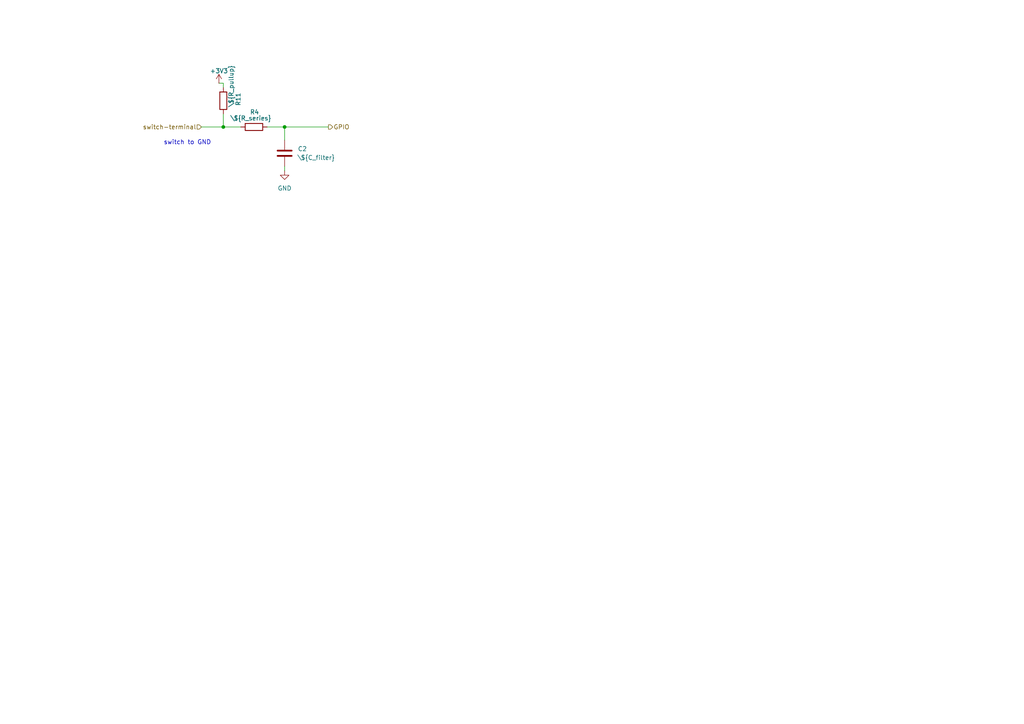
<source format=kicad_sch>
(kicad_sch (version 20250114) (generator "eeschema") (generator_version "9.0")
  (paper "A4")
  (lib_symbols
    (symbol "Device:C" (pin_numbers (hide yes)) (pin_names (offset 0.254))
      (property "Reference" "C" (at 0.635 2.54 0))
      (property "Value" "C" (at 0.635 -2.54 0))
      (symbol "C_0_1"
        (polyline (pts (xy -2.032 0.762) (xy 2.032 0.762)) (stroke (width 0.508)))
        (polyline (pts (xy -2.032 -0.762) (xy 2.032 -0.762)) (stroke (width 0.508)))
      )
      (symbol "C_1_1"
        (pin passive line (at 0 3.81 270) (length 2.794) (name "~") (number "1"))
        (pin passive line (at 0 -3.81 90) (length 2.794) (name "~") (number "2"))
      )
    )
    (symbol "Device:R" (pin_numbers (hide yes)) (pin_names (offset 0))
      (property "Reference" "R" (at 2.032 0 90))
      (property "Value" "R" (at 0 0 90))
      (symbol "R_0_1"
        (rectangle (start -1.016 -2.54) (end 1.016 2.54) (stroke (width 0.254)))
      )
      (symbol "R_1_1"
        (pin passive line (at 0 3.81 270) (length 1.27) (name "~") (number "1"))
        (pin passive line (at 0 -3.81 90) (length 1.27) (name "~") (number "2"))
      )
    )
    (symbol "power:+3V3" (power) (pin_numbers (hide yes)) (pin_names (offset 0) (hide yes))
      (property "Value" "+3V3" (at 0 3.556 0))
      (symbol "+3V3_0_1"
        (polyline (pts (xy -0.762 1.27) (xy 0 2.54)))
        (polyline (pts (xy 0 2.54) (xy 0.762 1.27)))
        (polyline (pts (xy 0 0) (xy 0 2.54)))
      )
      (symbol "+3V3_1_1"
        (pin power_in line (at 0 0 90) (length 0) (name "~") (number "1"))
      )
    )
    (symbol "power:GND" (power) (pin_numbers (hide yes)) (pin_names (offset 0) (hide yes))
      (property "Value" "GND" (at 0 -3.81 0))
      (symbol "GND_0_1"
        (polyline (pts (xy 0 0) (xy 0 -1.27) (xy 1.27 -1.27) (xy 0 -2.54) (xy -1.27 -1.27) (xy 0 -1.27)))
      )
      (symbol "GND_1_1"
        (pin power_in line (at 0 0 270) (length 0) (name "~") (number "1"))
      )
    )
  )
  (text "switch to GND" (at 54.356 41.402 0) (effects (font (size 1.27 1.27))))
  (junction (at 64.77 36.83))
  (junction (at 82.55 36.83))
  (wire (pts (xy 58.42 36.83) (xy 64.77 36.83)))
  (wire (pts (xy 64.77 36.83) (xy 69.85 36.83)))
  (wire (pts (xy 77.47 36.83) (xy 82.55 36.83)))
  (wire (pts (xy 64.77 33.02) (xy 64.77 36.83)))
  (wire (pts (xy 82.55 48.26) (xy 82.55 49.53)))
  (wire (pts (xy 64.77 24.13) (xy 63.5 24.13)))
  (wire (pts (xy 82.55 36.83) (xy 95.25 36.83)))
  (wire (pts (xy 64.77 24.13) (xy 64.77 25.4)))
  (wire (pts (xy 82.55 36.83) (xy 82.55 40.64)))
  (hierarchical_label "GPIO" (shape output) (at 95.25 36.83 0))
  (hierarchical_label "switch-terminal" (shape input) (at 58.42 36.83 180))
  (symbol (lib_id "Device:C") (at 82.55 44.45 0) (unit 1)
    (property "Reference" "C2" (at 86.36 43.1799 0) (effects (justify left)))
    (property "Value" "\\${C_filter}" (at 86.36 45.7199 0) (effects (justify left)))
    (property "Footprint" "capacitor_libJonny:C_DualType__Disc-7.0x2.5mm-P5mm__Elko-D5mm-P2.5mm" (effects (hide yes)))
    (property "Description" "Unpolarized capacitor" (effects (hide yes)))
    (instances (project "pcb_honey-jar-filler" (path "" (reference "C2") (unit 1)) (path "" (reference "C1") (unit 1)) (path "" (reference "C3") (unit 1)) (path "" (reference "C4") (unit 1)) (path "" (reference "C10") (unit 1)) (path "" (reference "C9") (unit 1))))
  )
  (symbol (lib_id "power:+3V3") (at 63.5 24.13 0) (unit 1)
    (property "Reference" "#PWR050" (effects (hide yes)))
    (property "Value" "+3V3" (at 63.5 20.574 0))
    (property "Description" "Power symbol creates a global label with name \"+3V3\"" (effects (hide yes)))
    (instances (project "pcb_honey-jar-filler" (path "" (reference "#PWR050") (unit 1)) (path "" (reference "#PWR054") (unit 1)) (path "" (reference "#PWR051") (unit 1)) (path "" (reference "#PWR052") (unit 1)) (path "" (reference "#PWR055") (unit 1)) (path "" (reference "#PWR053") (unit 1))))
  )
  (symbol (lib_id "Device:R") (at 73.66 36.83 90) (unit 1)
    (property "Reference" "R4" (at 75.184 32.512 90) (effects (justify left)))
    (property "Value" "\\${R_series}" (at 78.74 34.29 90) (effects (justify left)))
    (property "Footprint" "Resistor_THT:R_Axial_DIN0207_L6.3mm_D2.5mm_P10.16mm_Horizontal" (effects (hide yes)))
    (property "Description" "Resistor" (effects (hide yes)))
    (instances (project "pcb_honey-jar-filler" (path "" (reference "R4") (unit 1)) (path "" (reference "R1") (unit 1)) (path "" (reference "R5") (unit 1)) (path "" (reference "R6") (unit 1)) (path "" (reference "R3") (unit 1)) (path "" (reference "R7") (unit 1))))
  )
  (symbol (lib_id "power:GND") (at 82.55 49.53 0) (unit 1)
    (property "Reference" "#PWR027" (effects (hide yes)))
    (property "Value" "GND" (at 82.55 54.61 0))
    (property "Description" "Power symbol creates a global label with name \"GND\" , ground" (effects (hide yes)))
    (instances (project "pcb_honey-jar-filler" (path "" (reference "#PWR027") (unit 1)) (path "" (reference "#PWR02") (unit 1)) (path "" (reference "#PWR028") (unit 1)) (path "" (reference "#PWR030") (unit 1)) (path "" (reference "#PWR03") (unit 1)) (path "" (reference "#PWR031") (unit 1))))
  )
  (symbol (lib_id "Device:R") (at 64.77 29.21 0) (unit 1)
    (property "Reference" "R11" (at 69.088 30.734 90) (effects (justify left)))
    (property "Value" "\\${R_pullup}" (at 67.056 30.988 90) (effects (justify left)))
    (property "Footprint" "Resistor_THT:R_Axial_DIN0207_L6.3mm_D2.5mm_P10.16mm_Horizontal" (effects (hide yes)))
    (property "Description" "Resistor" (effects (hide yes)))
    (instances (project "pcb_honey-jar-filler" (path "" (reference "R11") (unit 1)) (path "" (reference "R15") (unit 1)) (path "" (reference "R12") (unit 1)) (path "" (reference "R13") (unit 1)) (path "" (reference "R16") (unit 1)) (path "" (reference "R14") (unit 1))))
  )
)
</source>
